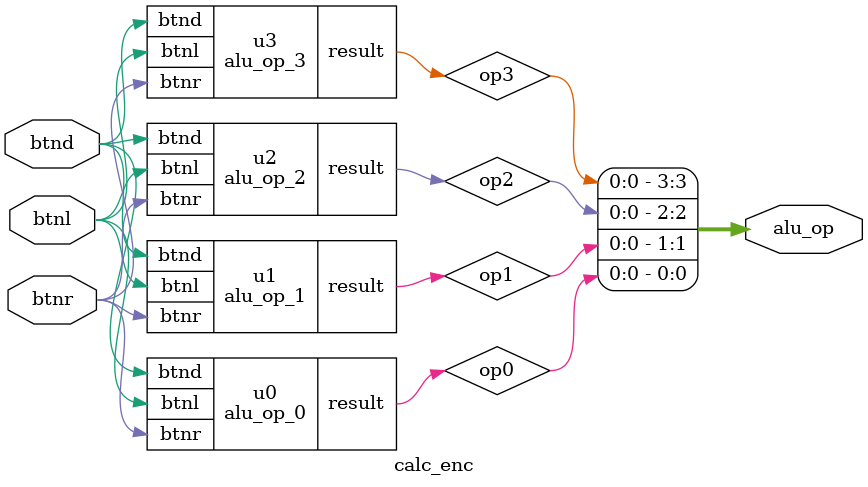
<source format=v>
`ifndef CALC_ENC_V   // Αν δεν έχει οριστεί η σημαία ALU_V...
`define CALC_ENC_V

module alu_op_0 (
    input btnl, btnr, btnd,
    output result
);
    wire not1, not2, and1, and2, and3, or1;//wires for alu_op[0]
    assign not1 = ~btnl;
    assign not2 = ~btnd;
    assign and1 = not1 & btnd;
    assign and2 = btnl & btnr;
    assign and3 = and2 & not2;
    assign or1 = and1 | and3;
    assign result = or1;
endmodule

module alu_op_1 (
    input btnl, btnr, btnd,
    output result
);
    wire not1, not2, or1, and1;//wires for alu_op[1]
    assign not1 = ~btnr;
    assign not2 = ~btnd;
    assign or1 = not1 | not2;
    assign and1 = btnl & or1;
    assign result = and1;
endmodule

module alu_op_2 (
    input btnl, btnr, btnd,
    output result
);
    wire not1, not2, xor1, and1, and2, or1;//wires for alu_op[2]
    assign not1 = ~btnl;
    assign and1 = not1 & btnr;
    assign xor1 = btnr ^ btnd;
    assign not2 = ~xor1;
    assign and2 = btnl & not2;
    assign or1 = and1 | and2;
    assign result = or1;
endmodule

module alu_op_3 (
    input btnl, btnr, btnd,
    output result
);
    wire and1, and2, or1;//wires for alu_op[3]
    assign and1 = btnl & btnr;
    assign and2 = btnl & btnd;
    assign or1 = and1 | and2;
    assign result = or1;
endmodule

module calc_enc (
    input btnl,
    input btnr,
    input btnd,
    output [3:0] alu_op
);
    wire op0, op1, op2, op3;
    alu_op_0 u0 (
        .btnl(btnl),
        .btnr(btnr),
        .btnd(btnd),
        .result(op0)
    );
    alu_op_1 u1 (
        .btnl(btnl),
        .btnr(btnr),
        .btnd(btnd),
        .result(op1)
    );
    alu_op_2 u2 (
        .btnl(btnl),
        .btnr(btnr),
        .btnd(btnd),
        .result(op2)
    );
    alu_op_3 u3 (
        .btnl(btnl),
        .btnr(btnr),
        .btnd(btnd),
        .result(op3)
    );
    assign alu_op = {op3, op2, op1, op0};
endmodule

`endif

</source>
